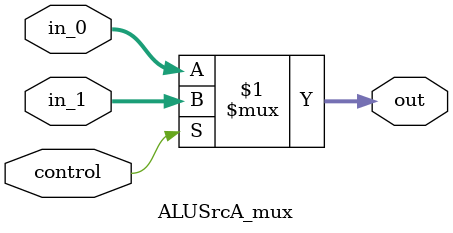
<source format=v>
module ALUSrcA_mux (
    input wire control,
    
    input wire [31:0] in_0, // PC - 0
    input wire [31:0] in_1, // RegA - 1

    output wire[31:0] out
);
    assign out = control ? in_1 : in_0;
endmodule

</source>
